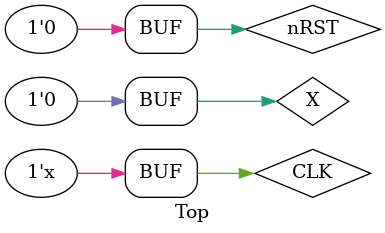
<source format=v>
module temp(
    input CLK,
    input nRST,
    input X,
    output reg Y);

initial
    Y = 1'b0;

parameter s0 = 2'b00,
    s1 = 2'b01,
    s2 = 2'b10,
    s3 = 2'b11;

reg [1:0] state;
reg [1:0] next_state;

initial
begin
    state = 2'b00;
    next_state = 2'b00;
end

always @(posedge CLK)
    if (nRST)
        state <= next_state;
    else
        state <= s0;

always @(state)
begin
    Y = 1'b0;
    case(state)
        s0: Y = 1'b0;
        s1: Y = 1'b0;
        s2: Y = 1'b0;
        s3: Y = 1'b1;
    endcase
end

always @(state or X)
begin
    case (state)
        s0:if(X)
            next_state = s1;
            else
            next_state = s0;
        s1:if(X)
            next_state = s2;
            else
            next_state = s0;
        s2:if(X)
            next_state = s3;
            else
            next_state = s0;
        s3:if(X)
            next_state = s3;
            else
            next_state = s0;
        default: next_state = s0;
    endcase
end

endmodule


module Top;
reg CLK, nRST, X;
wire Y;
temp temp1(
    .CLK(CLK),
    .nRST(nRST),
    .X(X),
    .Y(Y));

initial
begin
nRST = 1'b0;
CLK = 1'b0;
X = 1'b0;
end

always
    #5 CLK = ~CLK;

initial
    #20 nRST = ~nRST;

initial
begin
#40 X = ~X;
#30 X = ~X;
#20 X = ~X;
#10 X = ~X;
#20 X = ~X;
#40 X = ~X;
end

endmodule

</source>
